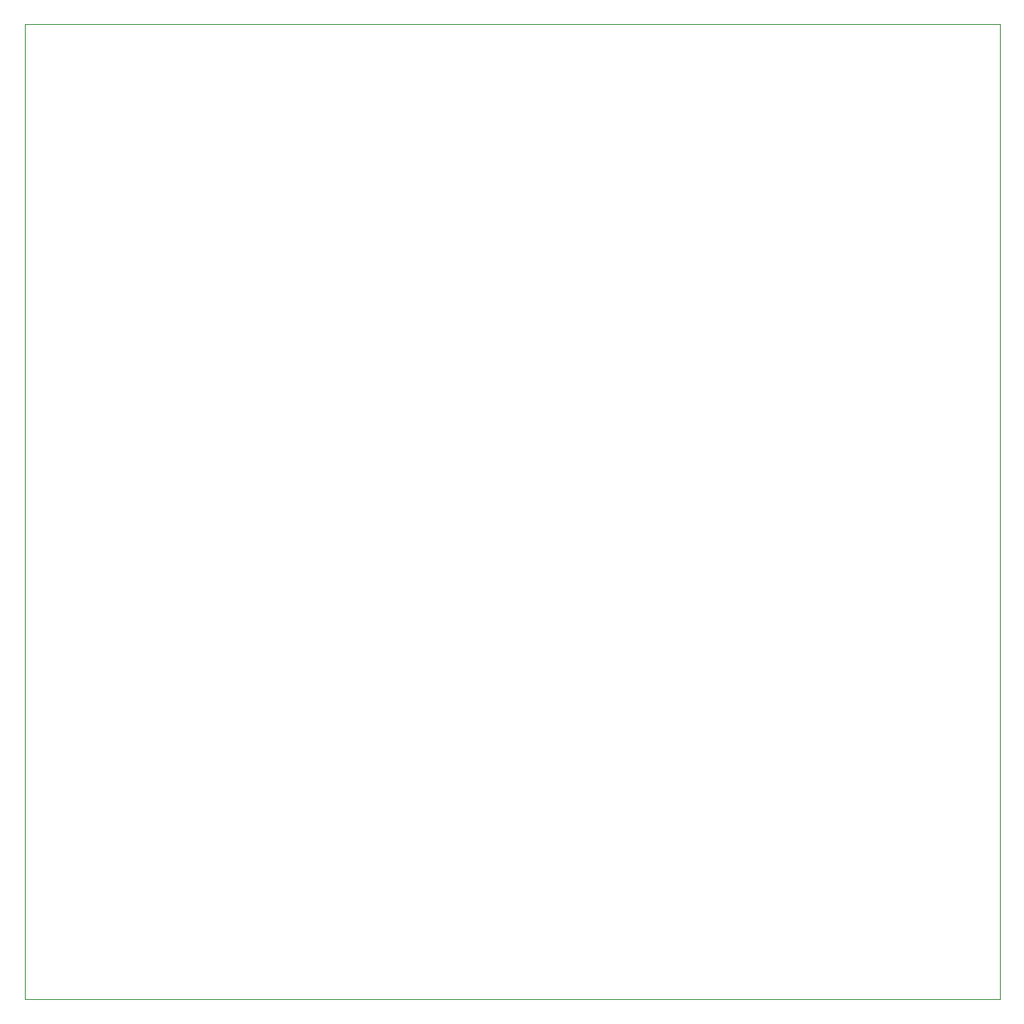
<source format=gbr>
%TF.GenerationSoftware,KiCad,Pcbnew,8.0.3*%
%TF.CreationDate,2024-07-29T20:38:45-07:00*%
%TF.ProjectId,First,46697273-742e-46b6-9963-61645f706362,rev?*%
%TF.SameCoordinates,Original*%
%TF.FileFunction,Profile,NP*%
%FSLAX46Y46*%
G04 Gerber Fmt 4.6, Leading zero omitted, Abs format (unit mm)*
G04 Created by KiCad (PCBNEW 8.0.3) date 2024-07-29 20:38:45*
%MOMM*%
%LPD*%
G01*
G04 APERTURE LIST*
%TA.AperFunction,Profile*%
%ADD10C,0.050000*%
%TD*%
G04 APERTURE END LIST*
D10*
X101000000Y-53000000D02*
X200500000Y-53000000D01*
X200500000Y-152500000D01*
X101000000Y-152500000D01*
X101000000Y-53000000D01*
M02*

</source>
